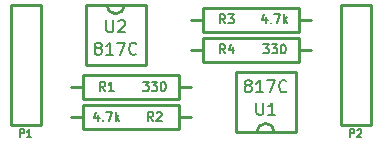
<source format=gto>
G04 (created by PCBNEW (2013-07-07 BZR 4022)-stable) date 4/11/2015 2:22:11 PM*
%MOIN*%
G04 Gerber Fmt 3.4, Leading zero omitted, Abs format*
%FSLAX34Y34*%
G01*
G70*
G90*
G04 APERTURE LIST*
%ADD10C,0.00590551*%
%ADD11C,0.01*%
%ADD12C,0.006*%
%ADD13C,0.005*%
%ADD14C,0.008*%
G04 APERTURE END LIST*
G54D10*
G54D11*
X53750Y-28250D02*
X54150Y-28250D01*
X54150Y-28250D02*
X54150Y-27850D01*
X54150Y-27850D02*
X57350Y-27850D01*
X57350Y-27850D02*
X57350Y-28650D01*
X57350Y-28650D02*
X54150Y-28650D01*
X54150Y-28650D02*
X54150Y-28250D01*
X57750Y-28250D02*
X57350Y-28250D01*
X57750Y-27000D02*
X58150Y-27000D01*
X58150Y-27000D02*
X58150Y-26600D01*
X58150Y-26600D02*
X61350Y-26600D01*
X61350Y-26600D02*
X61350Y-27400D01*
X61350Y-27400D02*
X58150Y-27400D01*
X58150Y-27400D02*
X58150Y-27000D01*
X61750Y-27000D02*
X61350Y-27000D01*
X57750Y-29250D02*
X57350Y-29250D01*
X57350Y-29250D02*
X57350Y-29650D01*
X57350Y-29650D02*
X54150Y-29650D01*
X54150Y-29650D02*
X54150Y-28850D01*
X54150Y-28850D02*
X57350Y-28850D01*
X57350Y-28850D02*
X57350Y-29250D01*
X53750Y-29250D02*
X54150Y-29250D01*
X57750Y-26000D02*
X58150Y-26000D01*
X58150Y-26000D02*
X58150Y-25600D01*
X58150Y-25600D02*
X61350Y-25600D01*
X61350Y-25600D02*
X61350Y-26400D01*
X61350Y-26400D02*
X58150Y-26400D01*
X58150Y-26400D02*
X58150Y-26000D01*
X61750Y-26000D02*
X61350Y-26000D01*
X51750Y-29500D02*
X51750Y-25500D01*
X52750Y-29500D02*
X52750Y-25500D01*
X52750Y-25500D02*
X51750Y-25500D01*
X51750Y-29500D02*
X52750Y-29500D01*
X62750Y-29500D02*
X62750Y-25500D01*
X63750Y-29500D02*
X63750Y-25500D01*
X63750Y-25500D02*
X62750Y-25500D01*
X62750Y-29500D02*
X63750Y-29500D01*
X55250Y-25800D02*
G75*
G03X55550Y-25500I0J300D01*
G74*
G01*
X54950Y-25500D02*
G75*
G03X55250Y-25800I300J0D01*
G74*
G01*
X56250Y-25500D02*
X56250Y-27500D01*
X56250Y-27500D02*
X54250Y-27500D01*
X54250Y-27500D02*
X54250Y-25500D01*
X54250Y-25500D02*
X56250Y-25500D01*
X60250Y-29450D02*
G75*
G03X59950Y-29750I0J-300D01*
G74*
G01*
X60550Y-29750D02*
G75*
G03X60250Y-29450I-300J0D01*
G74*
G01*
X59250Y-29750D02*
X59250Y-27750D01*
X59250Y-27750D02*
X61250Y-27750D01*
X61250Y-27750D02*
X61250Y-29750D01*
X61250Y-29750D02*
X59250Y-29750D01*
G54D12*
X54900Y-28371D02*
X54800Y-28228D01*
X54728Y-28371D02*
X54728Y-28071D01*
X54842Y-28071D01*
X54871Y-28085D01*
X54885Y-28100D01*
X54900Y-28128D01*
X54900Y-28171D01*
X54885Y-28200D01*
X54871Y-28214D01*
X54842Y-28228D01*
X54728Y-28228D01*
X55185Y-28371D02*
X55014Y-28371D01*
X55100Y-28371D02*
X55100Y-28071D01*
X55071Y-28114D01*
X55042Y-28142D01*
X55014Y-28157D01*
X56164Y-28071D02*
X56350Y-28071D01*
X56250Y-28185D01*
X56292Y-28185D01*
X56321Y-28200D01*
X56335Y-28214D01*
X56350Y-28242D01*
X56350Y-28314D01*
X56335Y-28342D01*
X56321Y-28357D01*
X56292Y-28371D01*
X56207Y-28371D01*
X56178Y-28357D01*
X56164Y-28342D01*
X56450Y-28071D02*
X56635Y-28071D01*
X56535Y-28185D01*
X56578Y-28185D01*
X56607Y-28200D01*
X56621Y-28214D01*
X56635Y-28242D01*
X56635Y-28314D01*
X56621Y-28342D01*
X56607Y-28357D01*
X56578Y-28371D01*
X56492Y-28371D01*
X56464Y-28357D01*
X56450Y-28342D01*
X56821Y-28071D02*
X56850Y-28071D01*
X56878Y-28085D01*
X56892Y-28100D01*
X56907Y-28128D01*
X56921Y-28185D01*
X56921Y-28257D01*
X56907Y-28314D01*
X56892Y-28342D01*
X56878Y-28357D01*
X56850Y-28371D01*
X56821Y-28371D01*
X56792Y-28357D01*
X56778Y-28342D01*
X56764Y-28314D01*
X56750Y-28257D01*
X56750Y-28185D01*
X56764Y-28128D01*
X56778Y-28100D01*
X56792Y-28085D01*
X56821Y-28071D01*
X58900Y-27121D02*
X58800Y-26978D01*
X58728Y-27121D02*
X58728Y-26821D01*
X58842Y-26821D01*
X58871Y-26835D01*
X58885Y-26850D01*
X58900Y-26878D01*
X58900Y-26921D01*
X58885Y-26950D01*
X58871Y-26964D01*
X58842Y-26978D01*
X58728Y-26978D01*
X59157Y-26921D02*
X59157Y-27121D01*
X59085Y-26807D02*
X59014Y-27021D01*
X59200Y-27021D01*
X60164Y-26821D02*
X60350Y-26821D01*
X60250Y-26935D01*
X60292Y-26935D01*
X60321Y-26950D01*
X60335Y-26964D01*
X60350Y-26992D01*
X60350Y-27064D01*
X60335Y-27092D01*
X60321Y-27107D01*
X60292Y-27121D01*
X60207Y-27121D01*
X60178Y-27107D01*
X60164Y-27092D01*
X60450Y-26821D02*
X60635Y-26821D01*
X60535Y-26935D01*
X60578Y-26935D01*
X60607Y-26950D01*
X60621Y-26964D01*
X60635Y-26992D01*
X60635Y-27064D01*
X60621Y-27092D01*
X60607Y-27107D01*
X60578Y-27121D01*
X60492Y-27121D01*
X60464Y-27107D01*
X60450Y-27092D01*
X60821Y-26821D02*
X60850Y-26821D01*
X60878Y-26835D01*
X60892Y-26850D01*
X60907Y-26878D01*
X60921Y-26935D01*
X60921Y-27007D01*
X60907Y-27064D01*
X60892Y-27092D01*
X60878Y-27107D01*
X60850Y-27121D01*
X60821Y-27121D01*
X60792Y-27107D01*
X60778Y-27092D01*
X60764Y-27064D01*
X60750Y-27007D01*
X60750Y-26935D01*
X60764Y-26878D01*
X60778Y-26850D01*
X60792Y-26835D01*
X60821Y-26821D01*
X56500Y-29371D02*
X56400Y-29228D01*
X56328Y-29371D02*
X56328Y-29071D01*
X56442Y-29071D01*
X56471Y-29085D01*
X56485Y-29100D01*
X56500Y-29128D01*
X56500Y-29171D01*
X56485Y-29200D01*
X56471Y-29214D01*
X56442Y-29228D01*
X56328Y-29228D01*
X56614Y-29100D02*
X56628Y-29085D01*
X56657Y-29071D01*
X56728Y-29071D01*
X56757Y-29085D01*
X56771Y-29100D01*
X56785Y-29128D01*
X56785Y-29157D01*
X56771Y-29200D01*
X56600Y-29371D01*
X56785Y-29371D01*
X54671Y-29171D02*
X54671Y-29371D01*
X54600Y-29057D02*
X54528Y-29271D01*
X54714Y-29271D01*
X54828Y-29342D02*
X54842Y-29357D01*
X54828Y-29371D01*
X54814Y-29357D01*
X54828Y-29342D01*
X54828Y-29371D01*
X54942Y-29071D02*
X55142Y-29071D01*
X55014Y-29371D01*
X55257Y-29371D02*
X55257Y-29071D01*
X55285Y-29257D02*
X55371Y-29371D01*
X55371Y-29171D02*
X55257Y-29285D01*
X58900Y-26121D02*
X58800Y-25978D01*
X58728Y-26121D02*
X58728Y-25821D01*
X58842Y-25821D01*
X58871Y-25835D01*
X58885Y-25850D01*
X58900Y-25878D01*
X58900Y-25921D01*
X58885Y-25950D01*
X58871Y-25964D01*
X58842Y-25978D01*
X58728Y-25978D01*
X59000Y-25821D02*
X59185Y-25821D01*
X59085Y-25935D01*
X59128Y-25935D01*
X59157Y-25950D01*
X59171Y-25964D01*
X59185Y-25992D01*
X59185Y-26064D01*
X59171Y-26092D01*
X59157Y-26107D01*
X59128Y-26121D01*
X59042Y-26121D01*
X59014Y-26107D01*
X59000Y-26092D01*
X60271Y-25921D02*
X60271Y-26121D01*
X60200Y-25807D02*
X60128Y-26021D01*
X60314Y-26021D01*
X60428Y-26092D02*
X60442Y-26107D01*
X60428Y-26121D01*
X60414Y-26107D01*
X60428Y-26092D01*
X60428Y-26121D01*
X60542Y-25821D02*
X60742Y-25821D01*
X60614Y-26121D01*
X60857Y-26121D02*
X60857Y-25821D01*
X60885Y-26007D02*
X60971Y-26121D01*
X60971Y-25921D02*
X60857Y-26035D01*
G54D13*
X52065Y-29901D02*
X52065Y-29651D01*
X52160Y-29651D01*
X52184Y-29663D01*
X52196Y-29675D01*
X52208Y-29698D01*
X52208Y-29734D01*
X52196Y-29758D01*
X52184Y-29770D01*
X52160Y-29782D01*
X52065Y-29782D01*
X52446Y-29901D02*
X52303Y-29901D01*
X52375Y-29901D02*
X52375Y-29651D01*
X52351Y-29686D01*
X52327Y-29710D01*
X52303Y-29722D01*
X63065Y-29901D02*
X63065Y-29651D01*
X63160Y-29651D01*
X63184Y-29663D01*
X63196Y-29675D01*
X63208Y-29698D01*
X63208Y-29734D01*
X63196Y-29758D01*
X63184Y-29770D01*
X63160Y-29782D01*
X63065Y-29782D01*
X63303Y-29675D02*
X63315Y-29663D01*
X63339Y-29651D01*
X63398Y-29651D01*
X63422Y-29663D01*
X63434Y-29675D01*
X63446Y-29698D01*
X63446Y-29722D01*
X63434Y-29758D01*
X63291Y-29901D01*
X63446Y-29901D01*
G54D14*
X54945Y-26011D02*
X54945Y-26335D01*
X54964Y-26373D01*
X54983Y-26392D01*
X55021Y-26411D01*
X55097Y-26411D01*
X55135Y-26392D01*
X55154Y-26373D01*
X55173Y-26335D01*
X55173Y-26011D01*
X55345Y-26050D02*
X55364Y-26030D01*
X55402Y-26011D01*
X55497Y-26011D01*
X55535Y-26030D01*
X55554Y-26050D01*
X55573Y-26088D01*
X55573Y-26126D01*
X55554Y-26183D01*
X55326Y-26411D01*
X55573Y-26411D01*
X54630Y-26933D02*
X54592Y-26914D01*
X54573Y-26895D01*
X54554Y-26857D01*
X54554Y-26838D01*
X54573Y-26800D01*
X54592Y-26780D01*
X54630Y-26761D01*
X54707Y-26761D01*
X54745Y-26780D01*
X54764Y-26800D01*
X54783Y-26838D01*
X54783Y-26857D01*
X54764Y-26895D01*
X54745Y-26914D01*
X54707Y-26933D01*
X54630Y-26933D01*
X54592Y-26952D01*
X54573Y-26971D01*
X54554Y-27009D01*
X54554Y-27085D01*
X54573Y-27123D01*
X54592Y-27142D01*
X54630Y-27161D01*
X54707Y-27161D01*
X54745Y-27142D01*
X54764Y-27123D01*
X54783Y-27085D01*
X54783Y-27009D01*
X54764Y-26971D01*
X54745Y-26952D01*
X54707Y-26933D01*
X55164Y-27161D02*
X54935Y-27161D01*
X55050Y-27161D02*
X55050Y-26761D01*
X55011Y-26819D01*
X54973Y-26857D01*
X54935Y-26876D01*
X55297Y-26761D02*
X55564Y-26761D01*
X55392Y-27161D01*
X55945Y-27123D02*
X55926Y-27142D01*
X55869Y-27161D01*
X55830Y-27161D01*
X55773Y-27142D01*
X55735Y-27104D01*
X55716Y-27066D01*
X55697Y-26990D01*
X55697Y-26933D01*
X55716Y-26857D01*
X55735Y-26819D01*
X55773Y-26780D01*
X55830Y-26761D01*
X55869Y-26761D01*
X55926Y-26780D01*
X55945Y-26800D01*
X59945Y-28761D02*
X59945Y-29085D01*
X59964Y-29123D01*
X59983Y-29142D01*
X60021Y-29161D01*
X60097Y-29161D01*
X60135Y-29142D01*
X60154Y-29123D01*
X60173Y-29085D01*
X60173Y-28761D01*
X60573Y-29161D02*
X60345Y-29161D01*
X60459Y-29161D02*
X60459Y-28761D01*
X60421Y-28819D01*
X60383Y-28857D01*
X60345Y-28876D01*
X59630Y-28183D02*
X59592Y-28164D01*
X59573Y-28145D01*
X59554Y-28107D01*
X59554Y-28088D01*
X59573Y-28050D01*
X59592Y-28030D01*
X59630Y-28011D01*
X59707Y-28011D01*
X59745Y-28030D01*
X59764Y-28050D01*
X59783Y-28088D01*
X59783Y-28107D01*
X59764Y-28145D01*
X59745Y-28164D01*
X59707Y-28183D01*
X59630Y-28183D01*
X59592Y-28202D01*
X59573Y-28221D01*
X59554Y-28259D01*
X59554Y-28335D01*
X59573Y-28373D01*
X59592Y-28392D01*
X59630Y-28411D01*
X59707Y-28411D01*
X59745Y-28392D01*
X59764Y-28373D01*
X59783Y-28335D01*
X59783Y-28259D01*
X59764Y-28221D01*
X59745Y-28202D01*
X59707Y-28183D01*
X60164Y-28411D02*
X59935Y-28411D01*
X60050Y-28411D02*
X60050Y-28011D01*
X60011Y-28069D01*
X59973Y-28107D01*
X59935Y-28126D01*
X60297Y-28011D02*
X60564Y-28011D01*
X60392Y-28411D01*
X60945Y-28373D02*
X60926Y-28392D01*
X60869Y-28411D01*
X60830Y-28411D01*
X60773Y-28392D01*
X60735Y-28354D01*
X60716Y-28316D01*
X60697Y-28240D01*
X60697Y-28183D01*
X60716Y-28107D01*
X60735Y-28069D01*
X60773Y-28030D01*
X60830Y-28011D01*
X60869Y-28011D01*
X60926Y-28030D01*
X60945Y-28050D01*
M02*

</source>
